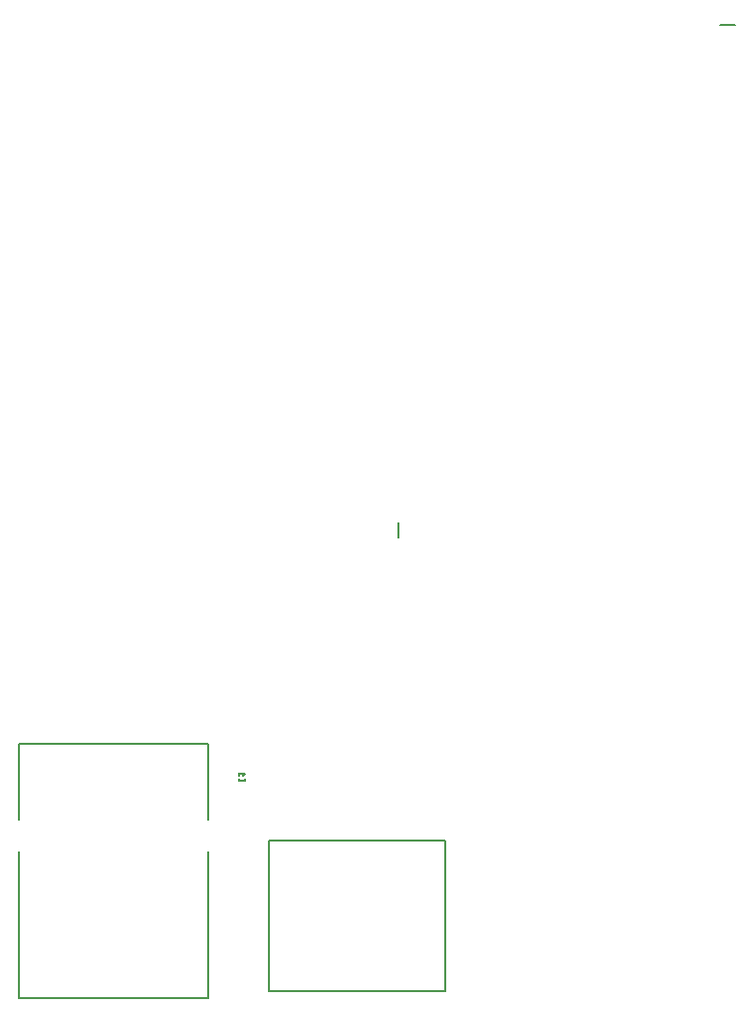
<source format=gbo>
G04 EAGLE Gerber RS-274X export*
G75*
%MOMM*%
%FSLAX34Y34*%
%LPD*%
%INBottom Silkscreen*%
%IPPOS*%
%AMOC8*
5,1,8,0,0,1.08239X$1,22.5*%
G01*
%ADD10C,0.203200*%
%ADD11C,0.177800*%
%ADD12C,0.127000*%


D10*
X616060Y372750D02*
X616060Y385450D01*
X889650Y807510D02*
X902350Y807510D01*
D11*
X293500Y105800D02*
X293500Y-19200D01*
X454500Y-19200D01*
X454500Y105800D01*
X454500Y196800D02*
X293500Y196800D01*
X293500Y132800D01*
X454500Y132800D02*
X454500Y196800D01*
D12*
X480525Y167504D02*
X480525Y166432D01*
X480527Y166367D01*
X480533Y166303D01*
X480543Y166239D01*
X480556Y166175D01*
X480574Y166113D01*
X480595Y166052D01*
X480619Y165992D01*
X480648Y165934D01*
X480680Y165877D01*
X480715Y165823D01*
X480753Y165771D01*
X480795Y165721D01*
X480839Y165674D01*
X480886Y165630D01*
X480936Y165588D01*
X480988Y165550D01*
X481042Y165515D01*
X481099Y165483D01*
X481157Y165454D01*
X481217Y165430D01*
X481278Y165409D01*
X481340Y165391D01*
X481404Y165378D01*
X481468Y165368D01*
X481532Y165362D01*
X481597Y165360D01*
X481597Y165359D02*
X484279Y165359D01*
X484279Y165360D02*
X484344Y165362D01*
X484408Y165368D01*
X484472Y165378D01*
X484536Y165391D01*
X484598Y165409D01*
X484659Y165430D01*
X484719Y165454D01*
X484777Y165483D01*
X484834Y165515D01*
X484888Y165550D01*
X484940Y165588D01*
X484990Y165630D01*
X485037Y165674D01*
X485081Y165721D01*
X485123Y165771D01*
X485161Y165823D01*
X485196Y165877D01*
X485228Y165934D01*
X485257Y165992D01*
X485281Y166052D01*
X485302Y166113D01*
X485320Y166175D01*
X485333Y166239D01*
X485343Y166303D01*
X485349Y166367D01*
X485351Y166432D01*
X485351Y167504D01*
X484279Y169960D02*
X485351Y171300D01*
X480525Y171300D01*
X480525Y169960D02*
X480525Y172641D01*
D10*
X506000Y-13000D02*
X656000Y-13000D01*
X506000Y-13000D02*
X506000Y115000D01*
X656000Y115000D01*
X656000Y-13000D01*
M02*

</source>
